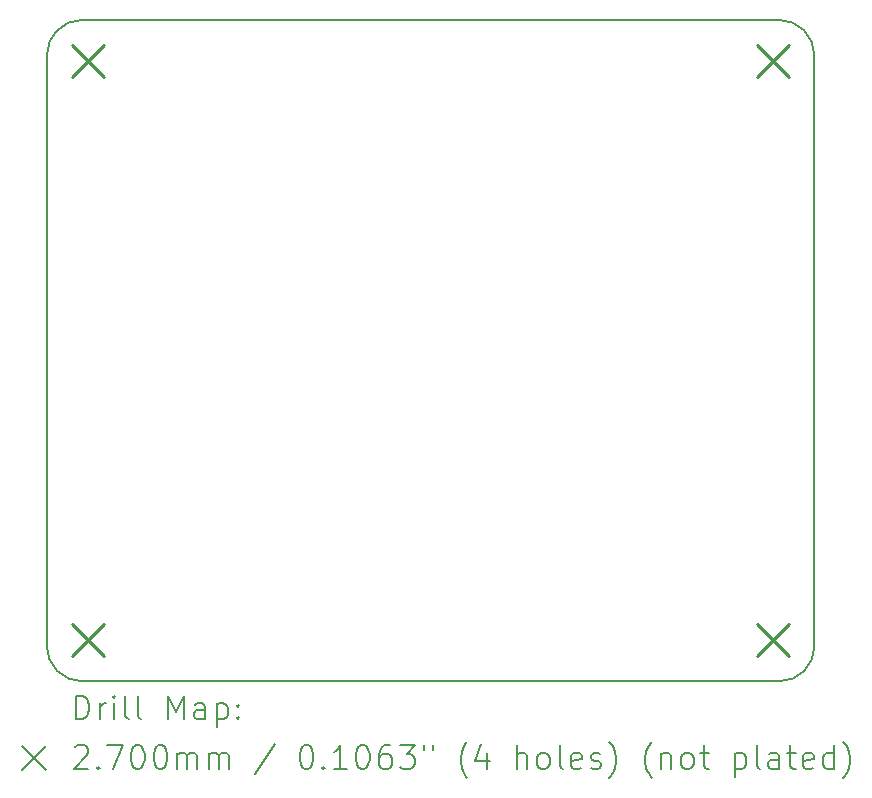
<source format=gbr>
%FSLAX45Y45*%
G04 Gerber Fmt 4.5, Leading zero omitted, Abs format (unit mm)*
G04 Created by KiCad (PCBNEW (6.0.1)) date 2022-03-16 15:36:33*
%MOMM*%
%LPD*%
G01*
G04 APERTURE LIST*
%TA.AperFunction,Profile*%
%ADD10C,0.200000*%
%TD*%
%ADD11C,0.200000*%
%ADD12C,0.270000*%
G04 APERTURE END LIST*
D10*
X16950000Y-7375000D02*
G75*
G03*
X16650000Y-7075000I-300000J0D01*
G01*
X10750000Y-7075000D02*
G75*
G03*
X10450000Y-7375000I0J-300000D01*
G01*
X16650000Y-7075000D02*
X10750000Y-7075000D01*
X10450000Y-7375000D02*
X10450000Y-12375000D01*
X10750000Y-12675000D02*
X16650000Y-12675000D01*
X10450000Y-12375000D02*
G75*
G03*
X10750000Y-12675000I300000J0D01*
G01*
X16950000Y-7375000D02*
X16950000Y-12375000D01*
X16650000Y-12675000D02*
G75*
G03*
X16950000Y-12375000I0J300000D01*
G01*
D11*
D12*
X10665000Y-7290000D02*
X10935000Y-7560000D01*
X10935000Y-7290000D02*
X10665000Y-7560000D01*
X10665000Y-12190000D02*
X10935000Y-12460000D01*
X10935000Y-12190000D02*
X10665000Y-12460000D01*
X16465000Y-7290000D02*
X16735000Y-7560000D01*
X16735000Y-7290000D02*
X16465000Y-7560000D01*
X16465000Y-12190000D02*
X16735000Y-12460000D01*
X16735000Y-12190000D02*
X16465000Y-12460000D01*
D11*
X10697619Y-12995476D02*
X10697619Y-12795476D01*
X10745238Y-12795476D01*
X10773810Y-12805000D01*
X10792857Y-12824048D01*
X10802381Y-12843095D01*
X10811905Y-12881190D01*
X10811905Y-12909762D01*
X10802381Y-12947857D01*
X10792857Y-12966905D01*
X10773810Y-12985952D01*
X10745238Y-12995476D01*
X10697619Y-12995476D01*
X10897619Y-12995476D02*
X10897619Y-12862143D01*
X10897619Y-12900238D02*
X10907143Y-12881190D01*
X10916667Y-12871667D01*
X10935714Y-12862143D01*
X10954762Y-12862143D01*
X11021429Y-12995476D02*
X11021429Y-12862143D01*
X11021429Y-12795476D02*
X11011905Y-12805000D01*
X11021429Y-12814524D01*
X11030952Y-12805000D01*
X11021429Y-12795476D01*
X11021429Y-12814524D01*
X11145238Y-12995476D02*
X11126190Y-12985952D01*
X11116667Y-12966905D01*
X11116667Y-12795476D01*
X11250000Y-12995476D02*
X11230952Y-12985952D01*
X11221428Y-12966905D01*
X11221428Y-12795476D01*
X11478571Y-12995476D02*
X11478571Y-12795476D01*
X11545238Y-12938333D01*
X11611905Y-12795476D01*
X11611905Y-12995476D01*
X11792857Y-12995476D02*
X11792857Y-12890714D01*
X11783333Y-12871667D01*
X11764286Y-12862143D01*
X11726190Y-12862143D01*
X11707143Y-12871667D01*
X11792857Y-12985952D02*
X11773809Y-12995476D01*
X11726190Y-12995476D01*
X11707143Y-12985952D01*
X11697619Y-12966905D01*
X11697619Y-12947857D01*
X11707143Y-12928809D01*
X11726190Y-12919286D01*
X11773809Y-12919286D01*
X11792857Y-12909762D01*
X11888095Y-12862143D02*
X11888095Y-13062143D01*
X11888095Y-12871667D02*
X11907143Y-12862143D01*
X11945238Y-12862143D01*
X11964286Y-12871667D01*
X11973809Y-12881190D01*
X11983333Y-12900238D01*
X11983333Y-12957381D01*
X11973809Y-12976428D01*
X11964286Y-12985952D01*
X11945238Y-12995476D01*
X11907143Y-12995476D01*
X11888095Y-12985952D01*
X12069048Y-12976428D02*
X12078571Y-12985952D01*
X12069048Y-12995476D01*
X12059524Y-12985952D01*
X12069048Y-12976428D01*
X12069048Y-12995476D01*
X12069048Y-12871667D02*
X12078571Y-12881190D01*
X12069048Y-12890714D01*
X12059524Y-12881190D01*
X12069048Y-12871667D01*
X12069048Y-12890714D01*
X10240000Y-13225000D02*
X10440000Y-13425000D01*
X10440000Y-13225000D02*
X10240000Y-13425000D01*
X10688095Y-13234524D02*
X10697619Y-13225000D01*
X10716667Y-13215476D01*
X10764286Y-13215476D01*
X10783333Y-13225000D01*
X10792857Y-13234524D01*
X10802381Y-13253571D01*
X10802381Y-13272619D01*
X10792857Y-13301190D01*
X10678571Y-13415476D01*
X10802381Y-13415476D01*
X10888095Y-13396428D02*
X10897619Y-13405952D01*
X10888095Y-13415476D01*
X10878571Y-13405952D01*
X10888095Y-13396428D01*
X10888095Y-13415476D01*
X10964286Y-13215476D02*
X11097619Y-13215476D01*
X11011905Y-13415476D01*
X11211905Y-13215476D02*
X11230952Y-13215476D01*
X11250000Y-13225000D01*
X11259524Y-13234524D01*
X11269048Y-13253571D01*
X11278571Y-13291667D01*
X11278571Y-13339286D01*
X11269048Y-13377381D01*
X11259524Y-13396428D01*
X11250000Y-13405952D01*
X11230952Y-13415476D01*
X11211905Y-13415476D01*
X11192857Y-13405952D01*
X11183333Y-13396428D01*
X11173810Y-13377381D01*
X11164286Y-13339286D01*
X11164286Y-13291667D01*
X11173810Y-13253571D01*
X11183333Y-13234524D01*
X11192857Y-13225000D01*
X11211905Y-13215476D01*
X11402381Y-13215476D02*
X11421428Y-13215476D01*
X11440476Y-13225000D01*
X11450000Y-13234524D01*
X11459524Y-13253571D01*
X11469048Y-13291667D01*
X11469048Y-13339286D01*
X11459524Y-13377381D01*
X11450000Y-13396428D01*
X11440476Y-13405952D01*
X11421428Y-13415476D01*
X11402381Y-13415476D01*
X11383333Y-13405952D01*
X11373809Y-13396428D01*
X11364286Y-13377381D01*
X11354762Y-13339286D01*
X11354762Y-13291667D01*
X11364286Y-13253571D01*
X11373809Y-13234524D01*
X11383333Y-13225000D01*
X11402381Y-13215476D01*
X11554762Y-13415476D02*
X11554762Y-13282143D01*
X11554762Y-13301190D02*
X11564286Y-13291667D01*
X11583333Y-13282143D01*
X11611905Y-13282143D01*
X11630952Y-13291667D01*
X11640476Y-13310714D01*
X11640476Y-13415476D01*
X11640476Y-13310714D02*
X11650000Y-13291667D01*
X11669048Y-13282143D01*
X11697619Y-13282143D01*
X11716667Y-13291667D01*
X11726190Y-13310714D01*
X11726190Y-13415476D01*
X11821428Y-13415476D02*
X11821428Y-13282143D01*
X11821428Y-13301190D02*
X11830952Y-13291667D01*
X11850000Y-13282143D01*
X11878571Y-13282143D01*
X11897619Y-13291667D01*
X11907143Y-13310714D01*
X11907143Y-13415476D01*
X11907143Y-13310714D02*
X11916667Y-13291667D01*
X11935714Y-13282143D01*
X11964286Y-13282143D01*
X11983333Y-13291667D01*
X11992857Y-13310714D01*
X11992857Y-13415476D01*
X12383333Y-13205952D02*
X12211905Y-13463095D01*
X12640476Y-13215476D02*
X12659524Y-13215476D01*
X12678571Y-13225000D01*
X12688095Y-13234524D01*
X12697619Y-13253571D01*
X12707143Y-13291667D01*
X12707143Y-13339286D01*
X12697619Y-13377381D01*
X12688095Y-13396428D01*
X12678571Y-13405952D01*
X12659524Y-13415476D01*
X12640476Y-13415476D01*
X12621428Y-13405952D01*
X12611905Y-13396428D01*
X12602381Y-13377381D01*
X12592857Y-13339286D01*
X12592857Y-13291667D01*
X12602381Y-13253571D01*
X12611905Y-13234524D01*
X12621428Y-13225000D01*
X12640476Y-13215476D01*
X12792857Y-13396428D02*
X12802381Y-13405952D01*
X12792857Y-13415476D01*
X12783333Y-13405952D01*
X12792857Y-13396428D01*
X12792857Y-13415476D01*
X12992857Y-13415476D02*
X12878571Y-13415476D01*
X12935714Y-13415476D02*
X12935714Y-13215476D01*
X12916667Y-13244048D01*
X12897619Y-13263095D01*
X12878571Y-13272619D01*
X13116667Y-13215476D02*
X13135714Y-13215476D01*
X13154762Y-13225000D01*
X13164286Y-13234524D01*
X13173809Y-13253571D01*
X13183333Y-13291667D01*
X13183333Y-13339286D01*
X13173809Y-13377381D01*
X13164286Y-13396428D01*
X13154762Y-13405952D01*
X13135714Y-13415476D01*
X13116667Y-13415476D01*
X13097619Y-13405952D01*
X13088095Y-13396428D01*
X13078571Y-13377381D01*
X13069048Y-13339286D01*
X13069048Y-13291667D01*
X13078571Y-13253571D01*
X13088095Y-13234524D01*
X13097619Y-13225000D01*
X13116667Y-13215476D01*
X13354762Y-13215476D02*
X13316667Y-13215476D01*
X13297619Y-13225000D01*
X13288095Y-13234524D01*
X13269048Y-13263095D01*
X13259524Y-13301190D01*
X13259524Y-13377381D01*
X13269048Y-13396428D01*
X13278571Y-13405952D01*
X13297619Y-13415476D01*
X13335714Y-13415476D01*
X13354762Y-13405952D01*
X13364286Y-13396428D01*
X13373809Y-13377381D01*
X13373809Y-13329762D01*
X13364286Y-13310714D01*
X13354762Y-13301190D01*
X13335714Y-13291667D01*
X13297619Y-13291667D01*
X13278571Y-13301190D01*
X13269048Y-13310714D01*
X13259524Y-13329762D01*
X13440476Y-13215476D02*
X13564286Y-13215476D01*
X13497619Y-13291667D01*
X13526190Y-13291667D01*
X13545238Y-13301190D01*
X13554762Y-13310714D01*
X13564286Y-13329762D01*
X13564286Y-13377381D01*
X13554762Y-13396428D01*
X13545238Y-13405952D01*
X13526190Y-13415476D01*
X13469048Y-13415476D01*
X13450000Y-13405952D01*
X13440476Y-13396428D01*
X13640476Y-13215476D02*
X13640476Y-13253571D01*
X13716667Y-13215476D02*
X13716667Y-13253571D01*
X14011905Y-13491667D02*
X14002381Y-13482143D01*
X13983333Y-13453571D01*
X13973809Y-13434524D01*
X13964286Y-13405952D01*
X13954762Y-13358333D01*
X13954762Y-13320238D01*
X13964286Y-13272619D01*
X13973809Y-13244048D01*
X13983333Y-13225000D01*
X14002381Y-13196428D01*
X14011905Y-13186905D01*
X14173809Y-13282143D02*
X14173809Y-13415476D01*
X14126190Y-13205952D02*
X14078571Y-13348809D01*
X14202381Y-13348809D01*
X14430952Y-13415476D02*
X14430952Y-13215476D01*
X14516667Y-13415476D02*
X14516667Y-13310714D01*
X14507143Y-13291667D01*
X14488095Y-13282143D01*
X14459524Y-13282143D01*
X14440476Y-13291667D01*
X14430952Y-13301190D01*
X14640476Y-13415476D02*
X14621428Y-13405952D01*
X14611905Y-13396428D01*
X14602381Y-13377381D01*
X14602381Y-13320238D01*
X14611905Y-13301190D01*
X14621428Y-13291667D01*
X14640476Y-13282143D01*
X14669048Y-13282143D01*
X14688095Y-13291667D01*
X14697619Y-13301190D01*
X14707143Y-13320238D01*
X14707143Y-13377381D01*
X14697619Y-13396428D01*
X14688095Y-13405952D01*
X14669048Y-13415476D01*
X14640476Y-13415476D01*
X14821428Y-13415476D02*
X14802381Y-13405952D01*
X14792857Y-13386905D01*
X14792857Y-13215476D01*
X14973809Y-13405952D02*
X14954762Y-13415476D01*
X14916667Y-13415476D01*
X14897619Y-13405952D01*
X14888095Y-13386905D01*
X14888095Y-13310714D01*
X14897619Y-13291667D01*
X14916667Y-13282143D01*
X14954762Y-13282143D01*
X14973809Y-13291667D01*
X14983333Y-13310714D01*
X14983333Y-13329762D01*
X14888095Y-13348809D01*
X15059524Y-13405952D02*
X15078571Y-13415476D01*
X15116667Y-13415476D01*
X15135714Y-13405952D01*
X15145238Y-13386905D01*
X15145238Y-13377381D01*
X15135714Y-13358333D01*
X15116667Y-13348809D01*
X15088095Y-13348809D01*
X15069048Y-13339286D01*
X15059524Y-13320238D01*
X15059524Y-13310714D01*
X15069048Y-13291667D01*
X15088095Y-13282143D01*
X15116667Y-13282143D01*
X15135714Y-13291667D01*
X15211905Y-13491667D02*
X15221428Y-13482143D01*
X15240476Y-13453571D01*
X15250000Y-13434524D01*
X15259524Y-13405952D01*
X15269048Y-13358333D01*
X15269048Y-13320238D01*
X15259524Y-13272619D01*
X15250000Y-13244048D01*
X15240476Y-13225000D01*
X15221428Y-13196428D01*
X15211905Y-13186905D01*
X15573809Y-13491667D02*
X15564286Y-13482143D01*
X15545238Y-13453571D01*
X15535714Y-13434524D01*
X15526190Y-13405952D01*
X15516667Y-13358333D01*
X15516667Y-13320238D01*
X15526190Y-13272619D01*
X15535714Y-13244048D01*
X15545238Y-13225000D01*
X15564286Y-13196428D01*
X15573809Y-13186905D01*
X15650000Y-13282143D02*
X15650000Y-13415476D01*
X15650000Y-13301190D02*
X15659524Y-13291667D01*
X15678571Y-13282143D01*
X15707143Y-13282143D01*
X15726190Y-13291667D01*
X15735714Y-13310714D01*
X15735714Y-13415476D01*
X15859524Y-13415476D02*
X15840476Y-13405952D01*
X15830952Y-13396428D01*
X15821428Y-13377381D01*
X15821428Y-13320238D01*
X15830952Y-13301190D01*
X15840476Y-13291667D01*
X15859524Y-13282143D01*
X15888095Y-13282143D01*
X15907143Y-13291667D01*
X15916667Y-13301190D01*
X15926190Y-13320238D01*
X15926190Y-13377381D01*
X15916667Y-13396428D01*
X15907143Y-13405952D01*
X15888095Y-13415476D01*
X15859524Y-13415476D01*
X15983333Y-13282143D02*
X16059524Y-13282143D01*
X16011905Y-13215476D02*
X16011905Y-13386905D01*
X16021428Y-13405952D01*
X16040476Y-13415476D01*
X16059524Y-13415476D01*
X16278571Y-13282143D02*
X16278571Y-13482143D01*
X16278571Y-13291667D02*
X16297619Y-13282143D01*
X16335714Y-13282143D01*
X16354762Y-13291667D01*
X16364286Y-13301190D01*
X16373809Y-13320238D01*
X16373809Y-13377381D01*
X16364286Y-13396428D01*
X16354762Y-13405952D01*
X16335714Y-13415476D01*
X16297619Y-13415476D01*
X16278571Y-13405952D01*
X16488095Y-13415476D02*
X16469048Y-13405952D01*
X16459524Y-13386905D01*
X16459524Y-13215476D01*
X16650000Y-13415476D02*
X16650000Y-13310714D01*
X16640476Y-13291667D01*
X16621428Y-13282143D01*
X16583333Y-13282143D01*
X16564286Y-13291667D01*
X16650000Y-13405952D02*
X16630952Y-13415476D01*
X16583333Y-13415476D01*
X16564286Y-13405952D01*
X16554762Y-13386905D01*
X16554762Y-13367857D01*
X16564286Y-13348809D01*
X16583333Y-13339286D01*
X16630952Y-13339286D01*
X16650000Y-13329762D01*
X16716667Y-13282143D02*
X16792857Y-13282143D01*
X16745238Y-13215476D02*
X16745238Y-13386905D01*
X16754762Y-13405952D01*
X16773809Y-13415476D01*
X16792857Y-13415476D01*
X16935714Y-13405952D02*
X16916667Y-13415476D01*
X16878571Y-13415476D01*
X16859524Y-13405952D01*
X16850000Y-13386905D01*
X16850000Y-13310714D01*
X16859524Y-13291667D01*
X16878571Y-13282143D01*
X16916667Y-13282143D01*
X16935714Y-13291667D01*
X16945238Y-13310714D01*
X16945238Y-13329762D01*
X16850000Y-13348809D01*
X17116667Y-13415476D02*
X17116667Y-13215476D01*
X17116667Y-13405952D02*
X17097619Y-13415476D01*
X17059524Y-13415476D01*
X17040476Y-13405952D01*
X17030952Y-13396428D01*
X17021429Y-13377381D01*
X17021429Y-13320238D01*
X17030952Y-13301190D01*
X17040476Y-13291667D01*
X17059524Y-13282143D01*
X17097619Y-13282143D01*
X17116667Y-13291667D01*
X17192857Y-13491667D02*
X17202381Y-13482143D01*
X17221429Y-13453571D01*
X17230952Y-13434524D01*
X17240476Y-13405952D01*
X17250000Y-13358333D01*
X17250000Y-13320238D01*
X17240476Y-13272619D01*
X17230952Y-13244048D01*
X17221429Y-13225000D01*
X17202381Y-13196428D01*
X17192857Y-13186905D01*
M02*

</source>
